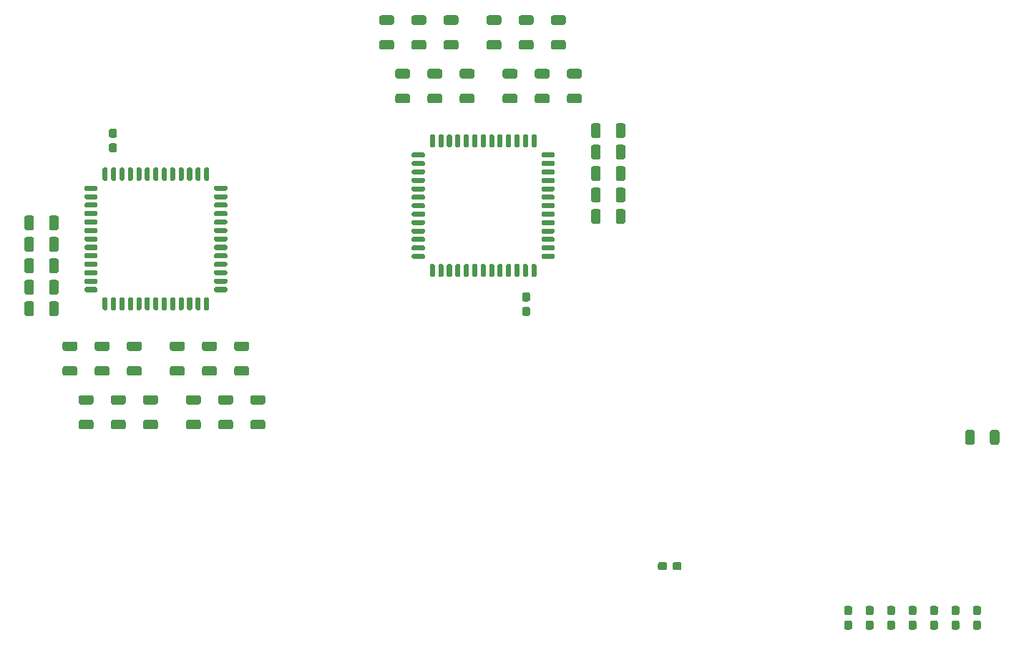
<source format=gbr>
%TF.GenerationSoftware,KiCad,Pcbnew,(5.1.9)-1*%
%TF.CreationDate,2021-05-14T23:56:10-04:00*%
%TF.ProjectId,backside,6261636b-7369-4646-952e-6b696361645f,rev?*%
%TF.SameCoordinates,Original*%
%TF.FileFunction,Paste,Top*%
%TF.FilePolarity,Positive*%
%FSLAX46Y46*%
G04 Gerber Fmt 4.6, Leading zero omitted, Abs format (unit mm)*
G04 Created by KiCad (PCBNEW (5.1.9)-1) date 2021-05-14 23:56:10*
%MOMM*%
%LPD*%
G01*
G04 APERTURE LIST*
G04 APERTURE END LIST*
%TO.C,C10*%
G36*
G01*
X98027500Y-129622500D02*
X97552500Y-129622500D01*
G75*
G02*
X97315000Y-129385000I0J237500D01*
G01*
X97315000Y-128785000D01*
G75*
G02*
X97552500Y-128547500I237500J0D01*
G01*
X98027500Y-128547500D01*
G75*
G02*
X98265000Y-128785000I0J-237500D01*
G01*
X98265000Y-129385000D01*
G75*
G02*
X98027500Y-129622500I-237500J0D01*
G01*
G37*
G36*
G01*
X98027500Y-131347500D02*
X97552500Y-131347500D01*
G75*
G02*
X97315000Y-131110000I0J237500D01*
G01*
X97315000Y-130510000D01*
G75*
G02*
X97552500Y-130272500I237500J0D01*
G01*
X98027500Y-130272500D01*
G75*
G02*
X98265000Y-130510000I0J-237500D01*
G01*
X98265000Y-131110000D01*
G75*
G02*
X98027500Y-131347500I-237500J0D01*
G01*
G37*
%TD*%
%TO.C,C9*%
G36*
G01*
X100567500Y-129622500D02*
X100092500Y-129622500D01*
G75*
G02*
X99855000Y-129385000I0J237500D01*
G01*
X99855000Y-128785000D01*
G75*
G02*
X100092500Y-128547500I237500J0D01*
G01*
X100567500Y-128547500D01*
G75*
G02*
X100805000Y-128785000I0J-237500D01*
G01*
X100805000Y-129385000D01*
G75*
G02*
X100567500Y-129622500I-237500J0D01*
G01*
G37*
G36*
G01*
X100567500Y-131347500D02*
X100092500Y-131347500D01*
G75*
G02*
X99855000Y-131110000I0J237500D01*
G01*
X99855000Y-130510000D01*
G75*
G02*
X100092500Y-130272500I237500J0D01*
G01*
X100567500Y-130272500D01*
G75*
G02*
X100805000Y-130510000I0J-237500D01*
G01*
X100805000Y-131110000D01*
G75*
G02*
X100567500Y-131347500I-237500J0D01*
G01*
G37*
%TD*%
%TO.C,C8*%
G36*
G01*
X103107500Y-129622500D02*
X102632500Y-129622500D01*
G75*
G02*
X102395000Y-129385000I0J237500D01*
G01*
X102395000Y-128785000D01*
G75*
G02*
X102632500Y-128547500I237500J0D01*
G01*
X103107500Y-128547500D01*
G75*
G02*
X103345000Y-128785000I0J-237500D01*
G01*
X103345000Y-129385000D01*
G75*
G02*
X103107500Y-129622500I-237500J0D01*
G01*
G37*
G36*
G01*
X103107500Y-131347500D02*
X102632500Y-131347500D01*
G75*
G02*
X102395000Y-131110000I0J237500D01*
G01*
X102395000Y-130510000D01*
G75*
G02*
X102632500Y-130272500I237500J0D01*
G01*
X103107500Y-130272500D01*
G75*
G02*
X103345000Y-130510000I0J-237500D01*
G01*
X103345000Y-131110000D01*
G75*
G02*
X103107500Y-131347500I-237500J0D01*
G01*
G37*
%TD*%
%TO.C,C7*%
G36*
G01*
X105647500Y-129622500D02*
X105172500Y-129622500D01*
G75*
G02*
X104935000Y-129385000I0J237500D01*
G01*
X104935000Y-128785000D01*
G75*
G02*
X105172500Y-128547500I237500J0D01*
G01*
X105647500Y-128547500D01*
G75*
G02*
X105885000Y-128785000I0J-237500D01*
G01*
X105885000Y-129385000D01*
G75*
G02*
X105647500Y-129622500I-237500J0D01*
G01*
G37*
G36*
G01*
X105647500Y-131347500D02*
X105172500Y-131347500D01*
G75*
G02*
X104935000Y-131110000I0J237500D01*
G01*
X104935000Y-130510000D01*
G75*
G02*
X105172500Y-130272500I237500J0D01*
G01*
X105647500Y-130272500D01*
G75*
G02*
X105885000Y-130510000I0J-237500D01*
G01*
X105885000Y-131110000D01*
G75*
G02*
X105647500Y-131347500I-237500J0D01*
G01*
G37*
%TD*%
%TO.C,C6*%
G36*
G01*
X108187500Y-129622500D02*
X107712500Y-129622500D01*
G75*
G02*
X107475000Y-129385000I0J237500D01*
G01*
X107475000Y-128785000D01*
G75*
G02*
X107712500Y-128547500I237500J0D01*
G01*
X108187500Y-128547500D01*
G75*
G02*
X108425000Y-128785000I0J-237500D01*
G01*
X108425000Y-129385000D01*
G75*
G02*
X108187500Y-129622500I-237500J0D01*
G01*
G37*
G36*
G01*
X108187500Y-131347500D02*
X107712500Y-131347500D01*
G75*
G02*
X107475000Y-131110000I0J237500D01*
G01*
X107475000Y-130510000D01*
G75*
G02*
X107712500Y-130272500I237500J0D01*
G01*
X108187500Y-130272500D01*
G75*
G02*
X108425000Y-130510000I0J-237500D01*
G01*
X108425000Y-131110000D01*
G75*
G02*
X108187500Y-131347500I-237500J0D01*
G01*
G37*
%TD*%
%TO.C,C5*%
G36*
G01*
X110727500Y-129622500D02*
X110252500Y-129622500D01*
G75*
G02*
X110015000Y-129385000I0J237500D01*
G01*
X110015000Y-128785000D01*
G75*
G02*
X110252500Y-128547500I237500J0D01*
G01*
X110727500Y-128547500D01*
G75*
G02*
X110965000Y-128785000I0J-237500D01*
G01*
X110965000Y-129385000D01*
G75*
G02*
X110727500Y-129622500I-237500J0D01*
G01*
G37*
G36*
G01*
X110727500Y-131347500D02*
X110252500Y-131347500D01*
G75*
G02*
X110015000Y-131110000I0J237500D01*
G01*
X110015000Y-130510000D01*
G75*
G02*
X110252500Y-130272500I237500J0D01*
G01*
X110727500Y-130272500D01*
G75*
G02*
X110965000Y-130510000I0J-237500D01*
G01*
X110965000Y-131110000D01*
G75*
G02*
X110727500Y-131347500I-237500J0D01*
G01*
G37*
%TD*%
%TO.C,C4*%
G36*
G01*
X113267500Y-129622500D02*
X112792500Y-129622500D01*
G75*
G02*
X112555000Y-129385000I0J237500D01*
G01*
X112555000Y-128785000D01*
G75*
G02*
X112792500Y-128547500I237500J0D01*
G01*
X113267500Y-128547500D01*
G75*
G02*
X113505000Y-128785000I0J-237500D01*
G01*
X113505000Y-129385000D01*
G75*
G02*
X113267500Y-129622500I-237500J0D01*
G01*
G37*
G36*
G01*
X113267500Y-131347500D02*
X112792500Y-131347500D01*
G75*
G02*
X112555000Y-131110000I0J237500D01*
G01*
X112555000Y-130510000D01*
G75*
G02*
X112792500Y-130272500I237500J0D01*
G01*
X113267500Y-130272500D01*
G75*
G02*
X113505000Y-130510000I0J-237500D01*
G01*
X113505000Y-131110000D01*
G75*
G02*
X113267500Y-131347500I-237500J0D01*
G01*
G37*
%TD*%
%TO.C,C3*%
G36*
G01*
X77006500Y-124062500D02*
X77006500Y-123587500D01*
G75*
G02*
X77244000Y-123350000I237500J0D01*
G01*
X77844000Y-123350000D01*
G75*
G02*
X78081500Y-123587500I0J-237500D01*
G01*
X78081500Y-124062500D01*
G75*
G02*
X77844000Y-124300000I-237500J0D01*
G01*
X77244000Y-124300000D01*
G75*
G02*
X77006500Y-124062500I0J237500D01*
G01*
G37*
G36*
G01*
X75281500Y-124062500D02*
X75281500Y-123587500D01*
G75*
G02*
X75519000Y-123350000I237500J0D01*
G01*
X76119000Y-123350000D01*
G75*
G02*
X76356500Y-123587500I0J-237500D01*
G01*
X76356500Y-124062500D01*
G75*
G02*
X76119000Y-124300000I-237500J0D01*
G01*
X75519000Y-124300000D01*
G75*
G02*
X75281500Y-124062500I0J237500D01*
G01*
G37*
%TD*%
%TO.C,U2*%
G36*
G01*
X8825000Y-91390000D02*
X7575000Y-91390000D01*
G75*
G02*
X7425000Y-91240000I0J150000D01*
G01*
X7425000Y-90940000D01*
G75*
G02*
X7575000Y-90790000I150000J0D01*
G01*
X8825000Y-90790000D01*
G75*
G02*
X8975000Y-90940000I0J-150000D01*
G01*
X8975000Y-91240000D01*
G75*
G02*
X8825000Y-91390000I-150000J0D01*
G01*
G37*
G36*
G01*
X8825000Y-90390000D02*
X7575000Y-90390000D01*
G75*
G02*
X7425000Y-90240000I0J150000D01*
G01*
X7425000Y-89940000D01*
G75*
G02*
X7575000Y-89790000I150000J0D01*
G01*
X8825000Y-89790000D01*
G75*
G02*
X8975000Y-89940000I0J-150000D01*
G01*
X8975000Y-90240000D01*
G75*
G02*
X8825000Y-90390000I-150000J0D01*
G01*
G37*
G36*
G01*
X8825000Y-89390000D02*
X7575000Y-89390000D01*
G75*
G02*
X7425000Y-89240000I0J150000D01*
G01*
X7425000Y-88940000D01*
G75*
G02*
X7575000Y-88790000I150000J0D01*
G01*
X8825000Y-88790000D01*
G75*
G02*
X8975000Y-88940000I0J-150000D01*
G01*
X8975000Y-89240000D01*
G75*
G02*
X8825000Y-89390000I-150000J0D01*
G01*
G37*
G36*
G01*
X8825000Y-88390000D02*
X7575000Y-88390000D01*
G75*
G02*
X7425000Y-88240000I0J150000D01*
G01*
X7425000Y-87940000D01*
G75*
G02*
X7575000Y-87790000I150000J0D01*
G01*
X8825000Y-87790000D01*
G75*
G02*
X8975000Y-87940000I0J-150000D01*
G01*
X8975000Y-88240000D01*
G75*
G02*
X8825000Y-88390000I-150000J0D01*
G01*
G37*
G36*
G01*
X8825000Y-87390000D02*
X7575000Y-87390000D01*
G75*
G02*
X7425000Y-87240000I0J150000D01*
G01*
X7425000Y-86940000D01*
G75*
G02*
X7575000Y-86790000I150000J0D01*
G01*
X8825000Y-86790000D01*
G75*
G02*
X8975000Y-86940000I0J-150000D01*
G01*
X8975000Y-87240000D01*
G75*
G02*
X8825000Y-87390000I-150000J0D01*
G01*
G37*
G36*
G01*
X8825000Y-86390000D02*
X7575000Y-86390000D01*
G75*
G02*
X7425000Y-86240000I0J150000D01*
G01*
X7425000Y-85940000D01*
G75*
G02*
X7575000Y-85790000I150000J0D01*
G01*
X8825000Y-85790000D01*
G75*
G02*
X8975000Y-85940000I0J-150000D01*
G01*
X8975000Y-86240000D01*
G75*
G02*
X8825000Y-86390000I-150000J0D01*
G01*
G37*
G36*
G01*
X8825000Y-85390000D02*
X7575000Y-85390000D01*
G75*
G02*
X7425000Y-85240000I0J150000D01*
G01*
X7425000Y-84940000D01*
G75*
G02*
X7575000Y-84790000I150000J0D01*
G01*
X8825000Y-84790000D01*
G75*
G02*
X8975000Y-84940000I0J-150000D01*
G01*
X8975000Y-85240000D01*
G75*
G02*
X8825000Y-85390000I-150000J0D01*
G01*
G37*
G36*
G01*
X8825000Y-84390000D02*
X7575000Y-84390000D01*
G75*
G02*
X7425000Y-84240000I0J150000D01*
G01*
X7425000Y-83940000D01*
G75*
G02*
X7575000Y-83790000I150000J0D01*
G01*
X8825000Y-83790000D01*
G75*
G02*
X8975000Y-83940000I0J-150000D01*
G01*
X8975000Y-84240000D01*
G75*
G02*
X8825000Y-84390000I-150000J0D01*
G01*
G37*
G36*
G01*
X8825000Y-83390000D02*
X7575000Y-83390000D01*
G75*
G02*
X7425000Y-83240000I0J150000D01*
G01*
X7425000Y-82940000D01*
G75*
G02*
X7575000Y-82790000I150000J0D01*
G01*
X8825000Y-82790000D01*
G75*
G02*
X8975000Y-82940000I0J-150000D01*
G01*
X8975000Y-83240000D01*
G75*
G02*
X8825000Y-83390000I-150000J0D01*
G01*
G37*
G36*
G01*
X8825000Y-82390000D02*
X7575000Y-82390000D01*
G75*
G02*
X7425000Y-82240000I0J150000D01*
G01*
X7425000Y-81940000D01*
G75*
G02*
X7575000Y-81790000I150000J0D01*
G01*
X8825000Y-81790000D01*
G75*
G02*
X8975000Y-81940000I0J-150000D01*
G01*
X8975000Y-82240000D01*
G75*
G02*
X8825000Y-82390000I-150000J0D01*
G01*
G37*
G36*
G01*
X8825000Y-81390000D02*
X7575000Y-81390000D01*
G75*
G02*
X7425000Y-81240000I0J150000D01*
G01*
X7425000Y-80940000D01*
G75*
G02*
X7575000Y-80790000I150000J0D01*
G01*
X8825000Y-80790000D01*
G75*
G02*
X8975000Y-80940000I0J-150000D01*
G01*
X8975000Y-81240000D01*
G75*
G02*
X8825000Y-81390000I-150000J0D01*
G01*
G37*
G36*
G01*
X8825000Y-80390000D02*
X7575000Y-80390000D01*
G75*
G02*
X7425000Y-80240000I0J150000D01*
G01*
X7425000Y-79940000D01*
G75*
G02*
X7575000Y-79790000I150000J0D01*
G01*
X8825000Y-79790000D01*
G75*
G02*
X8975000Y-79940000I0J-150000D01*
G01*
X8975000Y-80240000D01*
G75*
G02*
X8825000Y-80390000I-150000J0D01*
G01*
G37*
G36*
G01*
X8825000Y-79390000D02*
X7575000Y-79390000D01*
G75*
G02*
X7425000Y-79240000I0J150000D01*
G01*
X7425000Y-78940000D01*
G75*
G02*
X7575000Y-78790000I150000J0D01*
G01*
X8825000Y-78790000D01*
G75*
G02*
X8975000Y-78940000I0J-150000D01*
G01*
X8975000Y-79240000D01*
G75*
G02*
X8825000Y-79390000I-150000J0D01*
G01*
G37*
G36*
G01*
X10025000Y-78190000D02*
X9725000Y-78190000D01*
G75*
G02*
X9575000Y-78040000I0J150000D01*
G01*
X9575000Y-76790000D01*
G75*
G02*
X9725000Y-76640000I150000J0D01*
G01*
X10025000Y-76640000D01*
G75*
G02*
X10175000Y-76790000I0J-150000D01*
G01*
X10175000Y-78040000D01*
G75*
G02*
X10025000Y-78190000I-150000J0D01*
G01*
G37*
G36*
G01*
X11025000Y-78190000D02*
X10725000Y-78190000D01*
G75*
G02*
X10575000Y-78040000I0J150000D01*
G01*
X10575000Y-76790000D01*
G75*
G02*
X10725000Y-76640000I150000J0D01*
G01*
X11025000Y-76640000D01*
G75*
G02*
X11175000Y-76790000I0J-150000D01*
G01*
X11175000Y-78040000D01*
G75*
G02*
X11025000Y-78190000I-150000J0D01*
G01*
G37*
G36*
G01*
X12025000Y-78190000D02*
X11725000Y-78190000D01*
G75*
G02*
X11575000Y-78040000I0J150000D01*
G01*
X11575000Y-76790000D01*
G75*
G02*
X11725000Y-76640000I150000J0D01*
G01*
X12025000Y-76640000D01*
G75*
G02*
X12175000Y-76790000I0J-150000D01*
G01*
X12175000Y-78040000D01*
G75*
G02*
X12025000Y-78190000I-150000J0D01*
G01*
G37*
G36*
G01*
X13025000Y-78190000D02*
X12725000Y-78190000D01*
G75*
G02*
X12575000Y-78040000I0J150000D01*
G01*
X12575000Y-76790000D01*
G75*
G02*
X12725000Y-76640000I150000J0D01*
G01*
X13025000Y-76640000D01*
G75*
G02*
X13175000Y-76790000I0J-150000D01*
G01*
X13175000Y-78040000D01*
G75*
G02*
X13025000Y-78190000I-150000J0D01*
G01*
G37*
G36*
G01*
X14025000Y-78190000D02*
X13725000Y-78190000D01*
G75*
G02*
X13575000Y-78040000I0J150000D01*
G01*
X13575000Y-76790000D01*
G75*
G02*
X13725000Y-76640000I150000J0D01*
G01*
X14025000Y-76640000D01*
G75*
G02*
X14175000Y-76790000I0J-150000D01*
G01*
X14175000Y-78040000D01*
G75*
G02*
X14025000Y-78190000I-150000J0D01*
G01*
G37*
G36*
G01*
X15025000Y-78190000D02*
X14725000Y-78190000D01*
G75*
G02*
X14575000Y-78040000I0J150000D01*
G01*
X14575000Y-76790000D01*
G75*
G02*
X14725000Y-76640000I150000J0D01*
G01*
X15025000Y-76640000D01*
G75*
G02*
X15175000Y-76790000I0J-150000D01*
G01*
X15175000Y-78040000D01*
G75*
G02*
X15025000Y-78190000I-150000J0D01*
G01*
G37*
G36*
G01*
X16025000Y-78190000D02*
X15725000Y-78190000D01*
G75*
G02*
X15575000Y-78040000I0J150000D01*
G01*
X15575000Y-76790000D01*
G75*
G02*
X15725000Y-76640000I150000J0D01*
G01*
X16025000Y-76640000D01*
G75*
G02*
X16175000Y-76790000I0J-150000D01*
G01*
X16175000Y-78040000D01*
G75*
G02*
X16025000Y-78190000I-150000J0D01*
G01*
G37*
G36*
G01*
X17025000Y-78190000D02*
X16725000Y-78190000D01*
G75*
G02*
X16575000Y-78040000I0J150000D01*
G01*
X16575000Y-76790000D01*
G75*
G02*
X16725000Y-76640000I150000J0D01*
G01*
X17025000Y-76640000D01*
G75*
G02*
X17175000Y-76790000I0J-150000D01*
G01*
X17175000Y-78040000D01*
G75*
G02*
X17025000Y-78190000I-150000J0D01*
G01*
G37*
G36*
G01*
X18025000Y-78190000D02*
X17725000Y-78190000D01*
G75*
G02*
X17575000Y-78040000I0J150000D01*
G01*
X17575000Y-76790000D01*
G75*
G02*
X17725000Y-76640000I150000J0D01*
G01*
X18025000Y-76640000D01*
G75*
G02*
X18175000Y-76790000I0J-150000D01*
G01*
X18175000Y-78040000D01*
G75*
G02*
X18025000Y-78190000I-150000J0D01*
G01*
G37*
G36*
G01*
X19025000Y-78190000D02*
X18725000Y-78190000D01*
G75*
G02*
X18575000Y-78040000I0J150000D01*
G01*
X18575000Y-76790000D01*
G75*
G02*
X18725000Y-76640000I150000J0D01*
G01*
X19025000Y-76640000D01*
G75*
G02*
X19175000Y-76790000I0J-150000D01*
G01*
X19175000Y-78040000D01*
G75*
G02*
X19025000Y-78190000I-150000J0D01*
G01*
G37*
G36*
G01*
X20025000Y-78190000D02*
X19725000Y-78190000D01*
G75*
G02*
X19575000Y-78040000I0J150000D01*
G01*
X19575000Y-76790000D01*
G75*
G02*
X19725000Y-76640000I150000J0D01*
G01*
X20025000Y-76640000D01*
G75*
G02*
X20175000Y-76790000I0J-150000D01*
G01*
X20175000Y-78040000D01*
G75*
G02*
X20025000Y-78190000I-150000J0D01*
G01*
G37*
G36*
G01*
X21025000Y-78190000D02*
X20725000Y-78190000D01*
G75*
G02*
X20575000Y-78040000I0J150000D01*
G01*
X20575000Y-76790000D01*
G75*
G02*
X20725000Y-76640000I150000J0D01*
G01*
X21025000Y-76640000D01*
G75*
G02*
X21175000Y-76790000I0J-150000D01*
G01*
X21175000Y-78040000D01*
G75*
G02*
X21025000Y-78190000I-150000J0D01*
G01*
G37*
G36*
G01*
X22025000Y-78190000D02*
X21725000Y-78190000D01*
G75*
G02*
X21575000Y-78040000I0J150000D01*
G01*
X21575000Y-76790000D01*
G75*
G02*
X21725000Y-76640000I150000J0D01*
G01*
X22025000Y-76640000D01*
G75*
G02*
X22175000Y-76790000I0J-150000D01*
G01*
X22175000Y-78040000D01*
G75*
G02*
X22025000Y-78190000I-150000J0D01*
G01*
G37*
G36*
G01*
X24175000Y-79390000D02*
X22925000Y-79390000D01*
G75*
G02*
X22775000Y-79240000I0J150000D01*
G01*
X22775000Y-78940000D01*
G75*
G02*
X22925000Y-78790000I150000J0D01*
G01*
X24175000Y-78790000D01*
G75*
G02*
X24325000Y-78940000I0J-150000D01*
G01*
X24325000Y-79240000D01*
G75*
G02*
X24175000Y-79390000I-150000J0D01*
G01*
G37*
G36*
G01*
X24175000Y-80390000D02*
X22925000Y-80390000D01*
G75*
G02*
X22775000Y-80240000I0J150000D01*
G01*
X22775000Y-79940000D01*
G75*
G02*
X22925000Y-79790000I150000J0D01*
G01*
X24175000Y-79790000D01*
G75*
G02*
X24325000Y-79940000I0J-150000D01*
G01*
X24325000Y-80240000D01*
G75*
G02*
X24175000Y-80390000I-150000J0D01*
G01*
G37*
G36*
G01*
X24175000Y-81390000D02*
X22925000Y-81390000D01*
G75*
G02*
X22775000Y-81240000I0J150000D01*
G01*
X22775000Y-80940000D01*
G75*
G02*
X22925000Y-80790000I150000J0D01*
G01*
X24175000Y-80790000D01*
G75*
G02*
X24325000Y-80940000I0J-150000D01*
G01*
X24325000Y-81240000D01*
G75*
G02*
X24175000Y-81390000I-150000J0D01*
G01*
G37*
G36*
G01*
X24175000Y-82390000D02*
X22925000Y-82390000D01*
G75*
G02*
X22775000Y-82240000I0J150000D01*
G01*
X22775000Y-81940000D01*
G75*
G02*
X22925000Y-81790000I150000J0D01*
G01*
X24175000Y-81790000D01*
G75*
G02*
X24325000Y-81940000I0J-150000D01*
G01*
X24325000Y-82240000D01*
G75*
G02*
X24175000Y-82390000I-150000J0D01*
G01*
G37*
G36*
G01*
X24175000Y-83390000D02*
X22925000Y-83390000D01*
G75*
G02*
X22775000Y-83240000I0J150000D01*
G01*
X22775000Y-82940000D01*
G75*
G02*
X22925000Y-82790000I150000J0D01*
G01*
X24175000Y-82790000D01*
G75*
G02*
X24325000Y-82940000I0J-150000D01*
G01*
X24325000Y-83240000D01*
G75*
G02*
X24175000Y-83390000I-150000J0D01*
G01*
G37*
G36*
G01*
X24175000Y-84390000D02*
X22925000Y-84390000D01*
G75*
G02*
X22775000Y-84240000I0J150000D01*
G01*
X22775000Y-83940000D01*
G75*
G02*
X22925000Y-83790000I150000J0D01*
G01*
X24175000Y-83790000D01*
G75*
G02*
X24325000Y-83940000I0J-150000D01*
G01*
X24325000Y-84240000D01*
G75*
G02*
X24175000Y-84390000I-150000J0D01*
G01*
G37*
G36*
G01*
X24175000Y-85390000D02*
X22925000Y-85390000D01*
G75*
G02*
X22775000Y-85240000I0J150000D01*
G01*
X22775000Y-84940000D01*
G75*
G02*
X22925000Y-84790000I150000J0D01*
G01*
X24175000Y-84790000D01*
G75*
G02*
X24325000Y-84940000I0J-150000D01*
G01*
X24325000Y-85240000D01*
G75*
G02*
X24175000Y-85390000I-150000J0D01*
G01*
G37*
G36*
G01*
X24175000Y-86390000D02*
X22925000Y-86390000D01*
G75*
G02*
X22775000Y-86240000I0J150000D01*
G01*
X22775000Y-85940000D01*
G75*
G02*
X22925000Y-85790000I150000J0D01*
G01*
X24175000Y-85790000D01*
G75*
G02*
X24325000Y-85940000I0J-150000D01*
G01*
X24325000Y-86240000D01*
G75*
G02*
X24175000Y-86390000I-150000J0D01*
G01*
G37*
G36*
G01*
X24175000Y-87390000D02*
X22925000Y-87390000D01*
G75*
G02*
X22775000Y-87240000I0J150000D01*
G01*
X22775000Y-86940000D01*
G75*
G02*
X22925000Y-86790000I150000J0D01*
G01*
X24175000Y-86790000D01*
G75*
G02*
X24325000Y-86940000I0J-150000D01*
G01*
X24325000Y-87240000D01*
G75*
G02*
X24175000Y-87390000I-150000J0D01*
G01*
G37*
G36*
G01*
X24175000Y-88390000D02*
X22925000Y-88390000D01*
G75*
G02*
X22775000Y-88240000I0J150000D01*
G01*
X22775000Y-87940000D01*
G75*
G02*
X22925000Y-87790000I150000J0D01*
G01*
X24175000Y-87790000D01*
G75*
G02*
X24325000Y-87940000I0J-150000D01*
G01*
X24325000Y-88240000D01*
G75*
G02*
X24175000Y-88390000I-150000J0D01*
G01*
G37*
G36*
G01*
X24175000Y-89390000D02*
X22925000Y-89390000D01*
G75*
G02*
X22775000Y-89240000I0J150000D01*
G01*
X22775000Y-88940000D01*
G75*
G02*
X22925000Y-88790000I150000J0D01*
G01*
X24175000Y-88790000D01*
G75*
G02*
X24325000Y-88940000I0J-150000D01*
G01*
X24325000Y-89240000D01*
G75*
G02*
X24175000Y-89390000I-150000J0D01*
G01*
G37*
G36*
G01*
X24175000Y-90390000D02*
X22925000Y-90390000D01*
G75*
G02*
X22775000Y-90240000I0J150000D01*
G01*
X22775000Y-89940000D01*
G75*
G02*
X22925000Y-89790000I150000J0D01*
G01*
X24175000Y-89790000D01*
G75*
G02*
X24325000Y-89940000I0J-150000D01*
G01*
X24325000Y-90240000D01*
G75*
G02*
X24175000Y-90390000I-150000J0D01*
G01*
G37*
G36*
G01*
X24175000Y-91390000D02*
X22925000Y-91390000D01*
G75*
G02*
X22775000Y-91240000I0J150000D01*
G01*
X22775000Y-90940000D01*
G75*
G02*
X22925000Y-90790000I150000J0D01*
G01*
X24175000Y-90790000D01*
G75*
G02*
X24325000Y-90940000I0J-150000D01*
G01*
X24325000Y-91240000D01*
G75*
G02*
X24175000Y-91390000I-150000J0D01*
G01*
G37*
G36*
G01*
X22025000Y-93540000D02*
X21725000Y-93540000D01*
G75*
G02*
X21575000Y-93390000I0J150000D01*
G01*
X21575000Y-92140000D01*
G75*
G02*
X21725000Y-91990000I150000J0D01*
G01*
X22025000Y-91990000D01*
G75*
G02*
X22175000Y-92140000I0J-150000D01*
G01*
X22175000Y-93390000D01*
G75*
G02*
X22025000Y-93540000I-150000J0D01*
G01*
G37*
G36*
G01*
X21025000Y-93540000D02*
X20725000Y-93540000D01*
G75*
G02*
X20575000Y-93390000I0J150000D01*
G01*
X20575000Y-92140000D01*
G75*
G02*
X20725000Y-91990000I150000J0D01*
G01*
X21025000Y-91990000D01*
G75*
G02*
X21175000Y-92140000I0J-150000D01*
G01*
X21175000Y-93390000D01*
G75*
G02*
X21025000Y-93540000I-150000J0D01*
G01*
G37*
G36*
G01*
X20025000Y-93540000D02*
X19725000Y-93540000D01*
G75*
G02*
X19575000Y-93390000I0J150000D01*
G01*
X19575000Y-92140000D01*
G75*
G02*
X19725000Y-91990000I150000J0D01*
G01*
X20025000Y-91990000D01*
G75*
G02*
X20175000Y-92140000I0J-150000D01*
G01*
X20175000Y-93390000D01*
G75*
G02*
X20025000Y-93540000I-150000J0D01*
G01*
G37*
G36*
G01*
X19025000Y-93540000D02*
X18725000Y-93540000D01*
G75*
G02*
X18575000Y-93390000I0J150000D01*
G01*
X18575000Y-92140000D01*
G75*
G02*
X18725000Y-91990000I150000J0D01*
G01*
X19025000Y-91990000D01*
G75*
G02*
X19175000Y-92140000I0J-150000D01*
G01*
X19175000Y-93390000D01*
G75*
G02*
X19025000Y-93540000I-150000J0D01*
G01*
G37*
G36*
G01*
X18025000Y-93540000D02*
X17725000Y-93540000D01*
G75*
G02*
X17575000Y-93390000I0J150000D01*
G01*
X17575000Y-92140000D01*
G75*
G02*
X17725000Y-91990000I150000J0D01*
G01*
X18025000Y-91990000D01*
G75*
G02*
X18175000Y-92140000I0J-150000D01*
G01*
X18175000Y-93390000D01*
G75*
G02*
X18025000Y-93540000I-150000J0D01*
G01*
G37*
G36*
G01*
X17025000Y-93540000D02*
X16725000Y-93540000D01*
G75*
G02*
X16575000Y-93390000I0J150000D01*
G01*
X16575000Y-92140000D01*
G75*
G02*
X16725000Y-91990000I150000J0D01*
G01*
X17025000Y-91990000D01*
G75*
G02*
X17175000Y-92140000I0J-150000D01*
G01*
X17175000Y-93390000D01*
G75*
G02*
X17025000Y-93540000I-150000J0D01*
G01*
G37*
G36*
G01*
X16025000Y-93540000D02*
X15725000Y-93540000D01*
G75*
G02*
X15575000Y-93390000I0J150000D01*
G01*
X15575000Y-92140000D01*
G75*
G02*
X15725000Y-91990000I150000J0D01*
G01*
X16025000Y-91990000D01*
G75*
G02*
X16175000Y-92140000I0J-150000D01*
G01*
X16175000Y-93390000D01*
G75*
G02*
X16025000Y-93540000I-150000J0D01*
G01*
G37*
G36*
G01*
X15025000Y-93540000D02*
X14725000Y-93540000D01*
G75*
G02*
X14575000Y-93390000I0J150000D01*
G01*
X14575000Y-92140000D01*
G75*
G02*
X14725000Y-91990000I150000J0D01*
G01*
X15025000Y-91990000D01*
G75*
G02*
X15175000Y-92140000I0J-150000D01*
G01*
X15175000Y-93390000D01*
G75*
G02*
X15025000Y-93540000I-150000J0D01*
G01*
G37*
G36*
G01*
X14025000Y-93540000D02*
X13725000Y-93540000D01*
G75*
G02*
X13575000Y-93390000I0J150000D01*
G01*
X13575000Y-92140000D01*
G75*
G02*
X13725000Y-91990000I150000J0D01*
G01*
X14025000Y-91990000D01*
G75*
G02*
X14175000Y-92140000I0J-150000D01*
G01*
X14175000Y-93390000D01*
G75*
G02*
X14025000Y-93540000I-150000J0D01*
G01*
G37*
G36*
G01*
X13025000Y-93540000D02*
X12725000Y-93540000D01*
G75*
G02*
X12575000Y-93390000I0J150000D01*
G01*
X12575000Y-92140000D01*
G75*
G02*
X12725000Y-91990000I150000J0D01*
G01*
X13025000Y-91990000D01*
G75*
G02*
X13175000Y-92140000I0J-150000D01*
G01*
X13175000Y-93390000D01*
G75*
G02*
X13025000Y-93540000I-150000J0D01*
G01*
G37*
G36*
G01*
X12025000Y-93540000D02*
X11725000Y-93540000D01*
G75*
G02*
X11575000Y-93390000I0J150000D01*
G01*
X11575000Y-92140000D01*
G75*
G02*
X11725000Y-91990000I150000J0D01*
G01*
X12025000Y-91990000D01*
G75*
G02*
X12175000Y-92140000I0J-150000D01*
G01*
X12175000Y-93390000D01*
G75*
G02*
X12025000Y-93540000I-150000J0D01*
G01*
G37*
G36*
G01*
X11025000Y-93540000D02*
X10725000Y-93540000D01*
G75*
G02*
X10575000Y-93390000I0J150000D01*
G01*
X10575000Y-92140000D01*
G75*
G02*
X10725000Y-91990000I150000J0D01*
G01*
X11025000Y-91990000D01*
G75*
G02*
X11175000Y-92140000I0J-150000D01*
G01*
X11175000Y-93390000D01*
G75*
G02*
X11025000Y-93540000I-150000J0D01*
G01*
G37*
G36*
G01*
X10025000Y-93540000D02*
X9725000Y-93540000D01*
G75*
G02*
X9575000Y-93390000I0J150000D01*
G01*
X9575000Y-92140000D01*
G75*
G02*
X9725000Y-91990000I150000J0D01*
G01*
X10025000Y-91990000D01*
G75*
G02*
X10175000Y-92140000I0J-150000D01*
G01*
X10175000Y-93390000D01*
G75*
G02*
X10025000Y-93540000I-150000J0D01*
G01*
G37*
%TD*%
%TO.C,U1*%
G36*
G01*
X61660000Y-74853000D02*
X62910000Y-74853000D01*
G75*
G02*
X63060000Y-75003000I0J-150000D01*
G01*
X63060000Y-75303000D01*
G75*
G02*
X62910000Y-75453000I-150000J0D01*
G01*
X61660000Y-75453000D01*
G75*
G02*
X61510000Y-75303000I0J150000D01*
G01*
X61510000Y-75003000D01*
G75*
G02*
X61660000Y-74853000I150000J0D01*
G01*
G37*
G36*
G01*
X61660000Y-75853000D02*
X62910000Y-75853000D01*
G75*
G02*
X63060000Y-76003000I0J-150000D01*
G01*
X63060000Y-76303000D01*
G75*
G02*
X62910000Y-76453000I-150000J0D01*
G01*
X61660000Y-76453000D01*
G75*
G02*
X61510000Y-76303000I0J150000D01*
G01*
X61510000Y-76003000D01*
G75*
G02*
X61660000Y-75853000I150000J0D01*
G01*
G37*
G36*
G01*
X61660000Y-76853000D02*
X62910000Y-76853000D01*
G75*
G02*
X63060000Y-77003000I0J-150000D01*
G01*
X63060000Y-77303000D01*
G75*
G02*
X62910000Y-77453000I-150000J0D01*
G01*
X61660000Y-77453000D01*
G75*
G02*
X61510000Y-77303000I0J150000D01*
G01*
X61510000Y-77003000D01*
G75*
G02*
X61660000Y-76853000I150000J0D01*
G01*
G37*
G36*
G01*
X61660000Y-77853000D02*
X62910000Y-77853000D01*
G75*
G02*
X63060000Y-78003000I0J-150000D01*
G01*
X63060000Y-78303000D01*
G75*
G02*
X62910000Y-78453000I-150000J0D01*
G01*
X61660000Y-78453000D01*
G75*
G02*
X61510000Y-78303000I0J150000D01*
G01*
X61510000Y-78003000D01*
G75*
G02*
X61660000Y-77853000I150000J0D01*
G01*
G37*
G36*
G01*
X61660000Y-78853000D02*
X62910000Y-78853000D01*
G75*
G02*
X63060000Y-79003000I0J-150000D01*
G01*
X63060000Y-79303000D01*
G75*
G02*
X62910000Y-79453000I-150000J0D01*
G01*
X61660000Y-79453000D01*
G75*
G02*
X61510000Y-79303000I0J150000D01*
G01*
X61510000Y-79003000D01*
G75*
G02*
X61660000Y-78853000I150000J0D01*
G01*
G37*
G36*
G01*
X61660000Y-79853000D02*
X62910000Y-79853000D01*
G75*
G02*
X63060000Y-80003000I0J-150000D01*
G01*
X63060000Y-80303000D01*
G75*
G02*
X62910000Y-80453000I-150000J0D01*
G01*
X61660000Y-80453000D01*
G75*
G02*
X61510000Y-80303000I0J150000D01*
G01*
X61510000Y-80003000D01*
G75*
G02*
X61660000Y-79853000I150000J0D01*
G01*
G37*
G36*
G01*
X61660000Y-80853000D02*
X62910000Y-80853000D01*
G75*
G02*
X63060000Y-81003000I0J-150000D01*
G01*
X63060000Y-81303000D01*
G75*
G02*
X62910000Y-81453000I-150000J0D01*
G01*
X61660000Y-81453000D01*
G75*
G02*
X61510000Y-81303000I0J150000D01*
G01*
X61510000Y-81003000D01*
G75*
G02*
X61660000Y-80853000I150000J0D01*
G01*
G37*
G36*
G01*
X61660000Y-81853000D02*
X62910000Y-81853000D01*
G75*
G02*
X63060000Y-82003000I0J-150000D01*
G01*
X63060000Y-82303000D01*
G75*
G02*
X62910000Y-82453000I-150000J0D01*
G01*
X61660000Y-82453000D01*
G75*
G02*
X61510000Y-82303000I0J150000D01*
G01*
X61510000Y-82003000D01*
G75*
G02*
X61660000Y-81853000I150000J0D01*
G01*
G37*
G36*
G01*
X61660000Y-82853000D02*
X62910000Y-82853000D01*
G75*
G02*
X63060000Y-83003000I0J-150000D01*
G01*
X63060000Y-83303000D01*
G75*
G02*
X62910000Y-83453000I-150000J0D01*
G01*
X61660000Y-83453000D01*
G75*
G02*
X61510000Y-83303000I0J150000D01*
G01*
X61510000Y-83003000D01*
G75*
G02*
X61660000Y-82853000I150000J0D01*
G01*
G37*
G36*
G01*
X61660000Y-83853000D02*
X62910000Y-83853000D01*
G75*
G02*
X63060000Y-84003000I0J-150000D01*
G01*
X63060000Y-84303000D01*
G75*
G02*
X62910000Y-84453000I-150000J0D01*
G01*
X61660000Y-84453000D01*
G75*
G02*
X61510000Y-84303000I0J150000D01*
G01*
X61510000Y-84003000D01*
G75*
G02*
X61660000Y-83853000I150000J0D01*
G01*
G37*
G36*
G01*
X61660000Y-84853000D02*
X62910000Y-84853000D01*
G75*
G02*
X63060000Y-85003000I0J-150000D01*
G01*
X63060000Y-85303000D01*
G75*
G02*
X62910000Y-85453000I-150000J0D01*
G01*
X61660000Y-85453000D01*
G75*
G02*
X61510000Y-85303000I0J150000D01*
G01*
X61510000Y-85003000D01*
G75*
G02*
X61660000Y-84853000I150000J0D01*
G01*
G37*
G36*
G01*
X61660000Y-85853000D02*
X62910000Y-85853000D01*
G75*
G02*
X63060000Y-86003000I0J-150000D01*
G01*
X63060000Y-86303000D01*
G75*
G02*
X62910000Y-86453000I-150000J0D01*
G01*
X61660000Y-86453000D01*
G75*
G02*
X61510000Y-86303000I0J150000D01*
G01*
X61510000Y-86003000D01*
G75*
G02*
X61660000Y-85853000I150000J0D01*
G01*
G37*
G36*
G01*
X61660000Y-86853000D02*
X62910000Y-86853000D01*
G75*
G02*
X63060000Y-87003000I0J-150000D01*
G01*
X63060000Y-87303000D01*
G75*
G02*
X62910000Y-87453000I-150000J0D01*
G01*
X61660000Y-87453000D01*
G75*
G02*
X61510000Y-87303000I0J150000D01*
G01*
X61510000Y-87003000D01*
G75*
G02*
X61660000Y-86853000I150000J0D01*
G01*
G37*
G36*
G01*
X60460000Y-88053000D02*
X60760000Y-88053000D01*
G75*
G02*
X60910000Y-88203000I0J-150000D01*
G01*
X60910000Y-89453000D01*
G75*
G02*
X60760000Y-89603000I-150000J0D01*
G01*
X60460000Y-89603000D01*
G75*
G02*
X60310000Y-89453000I0J150000D01*
G01*
X60310000Y-88203000D01*
G75*
G02*
X60460000Y-88053000I150000J0D01*
G01*
G37*
G36*
G01*
X59460000Y-88053000D02*
X59760000Y-88053000D01*
G75*
G02*
X59910000Y-88203000I0J-150000D01*
G01*
X59910000Y-89453000D01*
G75*
G02*
X59760000Y-89603000I-150000J0D01*
G01*
X59460000Y-89603000D01*
G75*
G02*
X59310000Y-89453000I0J150000D01*
G01*
X59310000Y-88203000D01*
G75*
G02*
X59460000Y-88053000I150000J0D01*
G01*
G37*
G36*
G01*
X58460000Y-88053000D02*
X58760000Y-88053000D01*
G75*
G02*
X58910000Y-88203000I0J-150000D01*
G01*
X58910000Y-89453000D01*
G75*
G02*
X58760000Y-89603000I-150000J0D01*
G01*
X58460000Y-89603000D01*
G75*
G02*
X58310000Y-89453000I0J150000D01*
G01*
X58310000Y-88203000D01*
G75*
G02*
X58460000Y-88053000I150000J0D01*
G01*
G37*
G36*
G01*
X57460000Y-88053000D02*
X57760000Y-88053000D01*
G75*
G02*
X57910000Y-88203000I0J-150000D01*
G01*
X57910000Y-89453000D01*
G75*
G02*
X57760000Y-89603000I-150000J0D01*
G01*
X57460000Y-89603000D01*
G75*
G02*
X57310000Y-89453000I0J150000D01*
G01*
X57310000Y-88203000D01*
G75*
G02*
X57460000Y-88053000I150000J0D01*
G01*
G37*
G36*
G01*
X56460000Y-88053000D02*
X56760000Y-88053000D01*
G75*
G02*
X56910000Y-88203000I0J-150000D01*
G01*
X56910000Y-89453000D01*
G75*
G02*
X56760000Y-89603000I-150000J0D01*
G01*
X56460000Y-89603000D01*
G75*
G02*
X56310000Y-89453000I0J150000D01*
G01*
X56310000Y-88203000D01*
G75*
G02*
X56460000Y-88053000I150000J0D01*
G01*
G37*
G36*
G01*
X55460000Y-88053000D02*
X55760000Y-88053000D01*
G75*
G02*
X55910000Y-88203000I0J-150000D01*
G01*
X55910000Y-89453000D01*
G75*
G02*
X55760000Y-89603000I-150000J0D01*
G01*
X55460000Y-89603000D01*
G75*
G02*
X55310000Y-89453000I0J150000D01*
G01*
X55310000Y-88203000D01*
G75*
G02*
X55460000Y-88053000I150000J0D01*
G01*
G37*
G36*
G01*
X54460000Y-88053000D02*
X54760000Y-88053000D01*
G75*
G02*
X54910000Y-88203000I0J-150000D01*
G01*
X54910000Y-89453000D01*
G75*
G02*
X54760000Y-89603000I-150000J0D01*
G01*
X54460000Y-89603000D01*
G75*
G02*
X54310000Y-89453000I0J150000D01*
G01*
X54310000Y-88203000D01*
G75*
G02*
X54460000Y-88053000I150000J0D01*
G01*
G37*
G36*
G01*
X53460000Y-88053000D02*
X53760000Y-88053000D01*
G75*
G02*
X53910000Y-88203000I0J-150000D01*
G01*
X53910000Y-89453000D01*
G75*
G02*
X53760000Y-89603000I-150000J0D01*
G01*
X53460000Y-89603000D01*
G75*
G02*
X53310000Y-89453000I0J150000D01*
G01*
X53310000Y-88203000D01*
G75*
G02*
X53460000Y-88053000I150000J0D01*
G01*
G37*
G36*
G01*
X52460000Y-88053000D02*
X52760000Y-88053000D01*
G75*
G02*
X52910000Y-88203000I0J-150000D01*
G01*
X52910000Y-89453000D01*
G75*
G02*
X52760000Y-89603000I-150000J0D01*
G01*
X52460000Y-89603000D01*
G75*
G02*
X52310000Y-89453000I0J150000D01*
G01*
X52310000Y-88203000D01*
G75*
G02*
X52460000Y-88053000I150000J0D01*
G01*
G37*
G36*
G01*
X51460000Y-88053000D02*
X51760000Y-88053000D01*
G75*
G02*
X51910000Y-88203000I0J-150000D01*
G01*
X51910000Y-89453000D01*
G75*
G02*
X51760000Y-89603000I-150000J0D01*
G01*
X51460000Y-89603000D01*
G75*
G02*
X51310000Y-89453000I0J150000D01*
G01*
X51310000Y-88203000D01*
G75*
G02*
X51460000Y-88053000I150000J0D01*
G01*
G37*
G36*
G01*
X50460000Y-88053000D02*
X50760000Y-88053000D01*
G75*
G02*
X50910000Y-88203000I0J-150000D01*
G01*
X50910000Y-89453000D01*
G75*
G02*
X50760000Y-89603000I-150000J0D01*
G01*
X50460000Y-89603000D01*
G75*
G02*
X50310000Y-89453000I0J150000D01*
G01*
X50310000Y-88203000D01*
G75*
G02*
X50460000Y-88053000I150000J0D01*
G01*
G37*
G36*
G01*
X49460000Y-88053000D02*
X49760000Y-88053000D01*
G75*
G02*
X49910000Y-88203000I0J-150000D01*
G01*
X49910000Y-89453000D01*
G75*
G02*
X49760000Y-89603000I-150000J0D01*
G01*
X49460000Y-89603000D01*
G75*
G02*
X49310000Y-89453000I0J150000D01*
G01*
X49310000Y-88203000D01*
G75*
G02*
X49460000Y-88053000I150000J0D01*
G01*
G37*
G36*
G01*
X48460000Y-88053000D02*
X48760000Y-88053000D01*
G75*
G02*
X48910000Y-88203000I0J-150000D01*
G01*
X48910000Y-89453000D01*
G75*
G02*
X48760000Y-89603000I-150000J0D01*
G01*
X48460000Y-89603000D01*
G75*
G02*
X48310000Y-89453000I0J150000D01*
G01*
X48310000Y-88203000D01*
G75*
G02*
X48460000Y-88053000I150000J0D01*
G01*
G37*
G36*
G01*
X46310000Y-86853000D02*
X47560000Y-86853000D01*
G75*
G02*
X47710000Y-87003000I0J-150000D01*
G01*
X47710000Y-87303000D01*
G75*
G02*
X47560000Y-87453000I-150000J0D01*
G01*
X46310000Y-87453000D01*
G75*
G02*
X46160000Y-87303000I0J150000D01*
G01*
X46160000Y-87003000D01*
G75*
G02*
X46310000Y-86853000I150000J0D01*
G01*
G37*
G36*
G01*
X46310000Y-85853000D02*
X47560000Y-85853000D01*
G75*
G02*
X47710000Y-86003000I0J-150000D01*
G01*
X47710000Y-86303000D01*
G75*
G02*
X47560000Y-86453000I-150000J0D01*
G01*
X46310000Y-86453000D01*
G75*
G02*
X46160000Y-86303000I0J150000D01*
G01*
X46160000Y-86003000D01*
G75*
G02*
X46310000Y-85853000I150000J0D01*
G01*
G37*
G36*
G01*
X46310000Y-84853000D02*
X47560000Y-84853000D01*
G75*
G02*
X47710000Y-85003000I0J-150000D01*
G01*
X47710000Y-85303000D01*
G75*
G02*
X47560000Y-85453000I-150000J0D01*
G01*
X46310000Y-85453000D01*
G75*
G02*
X46160000Y-85303000I0J150000D01*
G01*
X46160000Y-85003000D01*
G75*
G02*
X46310000Y-84853000I150000J0D01*
G01*
G37*
G36*
G01*
X46310000Y-83853000D02*
X47560000Y-83853000D01*
G75*
G02*
X47710000Y-84003000I0J-150000D01*
G01*
X47710000Y-84303000D01*
G75*
G02*
X47560000Y-84453000I-150000J0D01*
G01*
X46310000Y-84453000D01*
G75*
G02*
X46160000Y-84303000I0J150000D01*
G01*
X46160000Y-84003000D01*
G75*
G02*
X46310000Y-83853000I150000J0D01*
G01*
G37*
G36*
G01*
X46310000Y-82853000D02*
X47560000Y-82853000D01*
G75*
G02*
X47710000Y-83003000I0J-150000D01*
G01*
X47710000Y-83303000D01*
G75*
G02*
X47560000Y-83453000I-150000J0D01*
G01*
X46310000Y-83453000D01*
G75*
G02*
X46160000Y-83303000I0J150000D01*
G01*
X46160000Y-83003000D01*
G75*
G02*
X46310000Y-82853000I150000J0D01*
G01*
G37*
G36*
G01*
X46310000Y-81853000D02*
X47560000Y-81853000D01*
G75*
G02*
X47710000Y-82003000I0J-150000D01*
G01*
X47710000Y-82303000D01*
G75*
G02*
X47560000Y-82453000I-150000J0D01*
G01*
X46310000Y-82453000D01*
G75*
G02*
X46160000Y-82303000I0J150000D01*
G01*
X46160000Y-82003000D01*
G75*
G02*
X46310000Y-81853000I150000J0D01*
G01*
G37*
G36*
G01*
X46310000Y-80853000D02*
X47560000Y-80853000D01*
G75*
G02*
X47710000Y-81003000I0J-150000D01*
G01*
X47710000Y-81303000D01*
G75*
G02*
X47560000Y-81453000I-150000J0D01*
G01*
X46310000Y-81453000D01*
G75*
G02*
X46160000Y-81303000I0J150000D01*
G01*
X46160000Y-81003000D01*
G75*
G02*
X46310000Y-80853000I150000J0D01*
G01*
G37*
G36*
G01*
X46310000Y-79853000D02*
X47560000Y-79853000D01*
G75*
G02*
X47710000Y-80003000I0J-150000D01*
G01*
X47710000Y-80303000D01*
G75*
G02*
X47560000Y-80453000I-150000J0D01*
G01*
X46310000Y-80453000D01*
G75*
G02*
X46160000Y-80303000I0J150000D01*
G01*
X46160000Y-80003000D01*
G75*
G02*
X46310000Y-79853000I150000J0D01*
G01*
G37*
G36*
G01*
X46310000Y-78853000D02*
X47560000Y-78853000D01*
G75*
G02*
X47710000Y-79003000I0J-150000D01*
G01*
X47710000Y-79303000D01*
G75*
G02*
X47560000Y-79453000I-150000J0D01*
G01*
X46310000Y-79453000D01*
G75*
G02*
X46160000Y-79303000I0J150000D01*
G01*
X46160000Y-79003000D01*
G75*
G02*
X46310000Y-78853000I150000J0D01*
G01*
G37*
G36*
G01*
X46310000Y-77853000D02*
X47560000Y-77853000D01*
G75*
G02*
X47710000Y-78003000I0J-150000D01*
G01*
X47710000Y-78303000D01*
G75*
G02*
X47560000Y-78453000I-150000J0D01*
G01*
X46310000Y-78453000D01*
G75*
G02*
X46160000Y-78303000I0J150000D01*
G01*
X46160000Y-78003000D01*
G75*
G02*
X46310000Y-77853000I150000J0D01*
G01*
G37*
G36*
G01*
X46310000Y-76853000D02*
X47560000Y-76853000D01*
G75*
G02*
X47710000Y-77003000I0J-150000D01*
G01*
X47710000Y-77303000D01*
G75*
G02*
X47560000Y-77453000I-150000J0D01*
G01*
X46310000Y-77453000D01*
G75*
G02*
X46160000Y-77303000I0J150000D01*
G01*
X46160000Y-77003000D01*
G75*
G02*
X46310000Y-76853000I150000J0D01*
G01*
G37*
G36*
G01*
X46310000Y-75853000D02*
X47560000Y-75853000D01*
G75*
G02*
X47710000Y-76003000I0J-150000D01*
G01*
X47710000Y-76303000D01*
G75*
G02*
X47560000Y-76453000I-150000J0D01*
G01*
X46310000Y-76453000D01*
G75*
G02*
X46160000Y-76303000I0J150000D01*
G01*
X46160000Y-76003000D01*
G75*
G02*
X46310000Y-75853000I150000J0D01*
G01*
G37*
G36*
G01*
X46310000Y-74853000D02*
X47560000Y-74853000D01*
G75*
G02*
X47710000Y-75003000I0J-150000D01*
G01*
X47710000Y-75303000D01*
G75*
G02*
X47560000Y-75453000I-150000J0D01*
G01*
X46310000Y-75453000D01*
G75*
G02*
X46160000Y-75303000I0J150000D01*
G01*
X46160000Y-75003000D01*
G75*
G02*
X46310000Y-74853000I150000J0D01*
G01*
G37*
G36*
G01*
X48460000Y-72703000D02*
X48760000Y-72703000D01*
G75*
G02*
X48910000Y-72853000I0J-150000D01*
G01*
X48910000Y-74103000D01*
G75*
G02*
X48760000Y-74253000I-150000J0D01*
G01*
X48460000Y-74253000D01*
G75*
G02*
X48310000Y-74103000I0J150000D01*
G01*
X48310000Y-72853000D01*
G75*
G02*
X48460000Y-72703000I150000J0D01*
G01*
G37*
G36*
G01*
X49460000Y-72703000D02*
X49760000Y-72703000D01*
G75*
G02*
X49910000Y-72853000I0J-150000D01*
G01*
X49910000Y-74103000D01*
G75*
G02*
X49760000Y-74253000I-150000J0D01*
G01*
X49460000Y-74253000D01*
G75*
G02*
X49310000Y-74103000I0J150000D01*
G01*
X49310000Y-72853000D01*
G75*
G02*
X49460000Y-72703000I150000J0D01*
G01*
G37*
G36*
G01*
X50460000Y-72703000D02*
X50760000Y-72703000D01*
G75*
G02*
X50910000Y-72853000I0J-150000D01*
G01*
X50910000Y-74103000D01*
G75*
G02*
X50760000Y-74253000I-150000J0D01*
G01*
X50460000Y-74253000D01*
G75*
G02*
X50310000Y-74103000I0J150000D01*
G01*
X50310000Y-72853000D01*
G75*
G02*
X50460000Y-72703000I150000J0D01*
G01*
G37*
G36*
G01*
X51460000Y-72703000D02*
X51760000Y-72703000D01*
G75*
G02*
X51910000Y-72853000I0J-150000D01*
G01*
X51910000Y-74103000D01*
G75*
G02*
X51760000Y-74253000I-150000J0D01*
G01*
X51460000Y-74253000D01*
G75*
G02*
X51310000Y-74103000I0J150000D01*
G01*
X51310000Y-72853000D01*
G75*
G02*
X51460000Y-72703000I150000J0D01*
G01*
G37*
G36*
G01*
X52460000Y-72703000D02*
X52760000Y-72703000D01*
G75*
G02*
X52910000Y-72853000I0J-150000D01*
G01*
X52910000Y-74103000D01*
G75*
G02*
X52760000Y-74253000I-150000J0D01*
G01*
X52460000Y-74253000D01*
G75*
G02*
X52310000Y-74103000I0J150000D01*
G01*
X52310000Y-72853000D01*
G75*
G02*
X52460000Y-72703000I150000J0D01*
G01*
G37*
G36*
G01*
X53460000Y-72703000D02*
X53760000Y-72703000D01*
G75*
G02*
X53910000Y-72853000I0J-150000D01*
G01*
X53910000Y-74103000D01*
G75*
G02*
X53760000Y-74253000I-150000J0D01*
G01*
X53460000Y-74253000D01*
G75*
G02*
X53310000Y-74103000I0J150000D01*
G01*
X53310000Y-72853000D01*
G75*
G02*
X53460000Y-72703000I150000J0D01*
G01*
G37*
G36*
G01*
X54460000Y-72703000D02*
X54760000Y-72703000D01*
G75*
G02*
X54910000Y-72853000I0J-150000D01*
G01*
X54910000Y-74103000D01*
G75*
G02*
X54760000Y-74253000I-150000J0D01*
G01*
X54460000Y-74253000D01*
G75*
G02*
X54310000Y-74103000I0J150000D01*
G01*
X54310000Y-72853000D01*
G75*
G02*
X54460000Y-72703000I150000J0D01*
G01*
G37*
G36*
G01*
X55460000Y-72703000D02*
X55760000Y-72703000D01*
G75*
G02*
X55910000Y-72853000I0J-150000D01*
G01*
X55910000Y-74103000D01*
G75*
G02*
X55760000Y-74253000I-150000J0D01*
G01*
X55460000Y-74253000D01*
G75*
G02*
X55310000Y-74103000I0J150000D01*
G01*
X55310000Y-72853000D01*
G75*
G02*
X55460000Y-72703000I150000J0D01*
G01*
G37*
G36*
G01*
X56460000Y-72703000D02*
X56760000Y-72703000D01*
G75*
G02*
X56910000Y-72853000I0J-150000D01*
G01*
X56910000Y-74103000D01*
G75*
G02*
X56760000Y-74253000I-150000J0D01*
G01*
X56460000Y-74253000D01*
G75*
G02*
X56310000Y-74103000I0J150000D01*
G01*
X56310000Y-72853000D01*
G75*
G02*
X56460000Y-72703000I150000J0D01*
G01*
G37*
G36*
G01*
X57460000Y-72703000D02*
X57760000Y-72703000D01*
G75*
G02*
X57910000Y-72853000I0J-150000D01*
G01*
X57910000Y-74103000D01*
G75*
G02*
X57760000Y-74253000I-150000J0D01*
G01*
X57460000Y-74253000D01*
G75*
G02*
X57310000Y-74103000I0J150000D01*
G01*
X57310000Y-72853000D01*
G75*
G02*
X57460000Y-72703000I150000J0D01*
G01*
G37*
G36*
G01*
X58460000Y-72703000D02*
X58760000Y-72703000D01*
G75*
G02*
X58910000Y-72853000I0J-150000D01*
G01*
X58910000Y-74103000D01*
G75*
G02*
X58760000Y-74253000I-150000J0D01*
G01*
X58460000Y-74253000D01*
G75*
G02*
X58310000Y-74103000I0J150000D01*
G01*
X58310000Y-72853000D01*
G75*
G02*
X58460000Y-72703000I150000J0D01*
G01*
G37*
G36*
G01*
X59460000Y-72703000D02*
X59760000Y-72703000D01*
G75*
G02*
X59910000Y-72853000I0J-150000D01*
G01*
X59910000Y-74103000D01*
G75*
G02*
X59760000Y-74253000I-150000J0D01*
G01*
X59460000Y-74253000D01*
G75*
G02*
X59310000Y-74103000I0J150000D01*
G01*
X59310000Y-72853000D01*
G75*
G02*
X59460000Y-72703000I150000J0D01*
G01*
G37*
G36*
G01*
X60460000Y-72703000D02*
X60760000Y-72703000D01*
G75*
G02*
X60910000Y-72853000I0J-150000D01*
G01*
X60910000Y-74103000D01*
G75*
G02*
X60760000Y-74253000I-150000J0D01*
G01*
X60460000Y-74253000D01*
G75*
G02*
X60310000Y-74103000I0J150000D01*
G01*
X60310000Y-72853000D01*
G75*
G02*
X60460000Y-72703000I150000J0D01*
G01*
G37*
%TD*%
%TO.C,R35*%
G36*
G01*
X112765000Y-107959999D02*
X112765000Y-109210001D01*
G75*
G02*
X112515001Y-109460000I-249999J0D01*
G01*
X111889999Y-109460000D01*
G75*
G02*
X111640000Y-109210001I0J249999D01*
G01*
X111640000Y-107959999D01*
G75*
G02*
X111889999Y-107710000I249999J0D01*
G01*
X112515001Y-107710000D01*
G75*
G02*
X112765000Y-107959999I0J-249999D01*
G01*
G37*
G36*
G01*
X115690000Y-107959999D02*
X115690000Y-109210001D01*
G75*
G02*
X115440001Y-109460000I-249999J0D01*
G01*
X114814999Y-109460000D01*
G75*
G02*
X114565000Y-109210001I0J249999D01*
G01*
X114565000Y-107959999D01*
G75*
G02*
X114814999Y-107710000I249999J0D01*
G01*
X115440001Y-107710000D01*
G75*
G02*
X115690000Y-107959999I0J-249999D01*
G01*
G37*
%TD*%
%TO.C,R34*%
G36*
G01*
X1447500Y-82559999D02*
X1447500Y-83810001D01*
G75*
G02*
X1197501Y-84060000I-249999J0D01*
G01*
X572499Y-84060000D01*
G75*
G02*
X322500Y-83810001I0J249999D01*
G01*
X322500Y-82559999D01*
G75*
G02*
X572499Y-82310000I249999J0D01*
G01*
X1197501Y-82310000D01*
G75*
G02*
X1447500Y-82559999I0J-249999D01*
G01*
G37*
G36*
G01*
X4372500Y-82559999D02*
X4372500Y-83810001D01*
G75*
G02*
X4122501Y-84060000I-249999J0D01*
G01*
X3497499Y-84060000D01*
G75*
G02*
X3247500Y-83810001I0J249999D01*
G01*
X3247500Y-82559999D01*
G75*
G02*
X3497499Y-82310000I249999J0D01*
G01*
X4122501Y-82310000D01*
G75*
G02*
X4372500Y-82559999I0J-249999D01*
G01*
G37*
%TD*%
%TO.C,R33*%
G36*
G01*
X1447500Y-85099999D02*
X1447500Y-86350001D01*
G75*
G02*
X1197501Y-86600000I-249999J0D01*
G01*
X572499Y-86600000D01*
G75*
G02*
X322500Y-86350001I0J249999D01*
G01*
X322500Y-85099999D01*
G75*
G02*
X572499Y-84850000I249999J0D01*
G01*
X1197501Y-84850000D01*
G75*
G02*
X1447500Y-85099999I0J-249999D01*
G01*
G37*
G36*
G01*
X4372500Y-85099999D02*
X4372500Y-86350001D01*
G75*
G02*
X4122501Y-86600000I-249999J0D01*
G01*
X3497499Y-86600000D01*
G75*
G02*
X3247500Y-86350001I0J249999D01*
G01*
X3247500Y-85099999D01*
G75*
G02*
X3497499Y-84850000I249999J0D01*
G01*
X4122501Y-84850000D01*
G75*
G02*
X4372500Y-85099999I0J-249999D01*
G01*
G37*
%TD*%
%TO.C,R32*%
G36*
G01*
X1447500Y-87639999D02*
X1447500Y-88890001D01*
G75*
G02*
X1197501Y-89140000I-249999J0D01*
G01*
X572499Y-89140000D01*
G75*
G02*
X322500Y-88890001I0J249999D01*
G01*
X322500Y-87639999D01*
G75*
G02*
X572499Y-87390000I249999J0D01*
G01*
X1197501Y-87390000D01*
G75*
G02*
X1447500Y-87639999I0J-249999D01*
G01*
G37*
G36*
G01*
X4372500Y-87639999D02*
X4372500Y-88890001D01*
G75*
G02*
X4122501Y-89140000I-249999J0D01*
G01*
X3497499Y-89140000D01*
G75*
G02*
X3247500Y-88890001I0J249999D01*
G01*
X3247500Y-87639999D01*
G75*
G02*
X3497499Y-87390000I249999J0D01*
G01*
X4122501Y-87390000D01*
G75*
G02*
X4372500Y-87639999I0J-249999D01*
G01*
G37*
%TD*%
%TO.C,R31*%
G36*
G01*
X1447500Y-90179999D02*
X1447500Y-91430001D01*
G75*
G02*
X1197501Y-91680000I-249999J0D01*
G01*
X572499Y-91680000D01*
G75*
G02*
X322500Y-91430001I0J249999D01*
G01*
X322500Y-90179999D01*
G75*
G02*
X572499Y-89930000I249999J0D01*
G01*
X1197501Y-89930000D01*
G75*
G02*
X1447500Y-90179999I0J-249999D01*
G01*
G37*
G36*
G01*
X4372500Y-90179999D02*
X4372500Y-91430001D01*
G75*
G02*
X4122501Y-91680000I-249999J0D01*
G01*
X3497499Y-91680000D01*
G75*
G02*
X3247500Y-91430001I0J249999D01*
G01*
X3247500Y-90179999D01*
G75*
G02*
X3497499Y-89930000I249999J0D01*
G01*
X4122501Y-89930000D01*
G75*
G02*
X4372500Y-90179999I0J-249999D01*
G01*
G37*
%TD*%
%TO.C,R30*%
G36*
G01*
X1447500Y-92719999D02*
X1447500Y-93970001D01*
G75*
G02*
X1197501Y-94220000I-249999J0D01*
G01*
X572499Y-94220000D01*
G75*
G02*
X322500Y-93970001I0J249999D01*
G01*
X322500Y-92719999D01*
G75*
G02*
X572499Y-92470000I249999J0D01*
G01*
X1197501Y-92470000D01*
G75*
G02*
X1447500Y-92719999I0J-249999D01*
G01*
G37*
G36*
G01*
X4372500Y-92719999D02*
X4372500Y-93970001D01*
G75*
G02*
X4122501Y-94220000I-249999J0D01*
G01*
X3497499Y-94220000D01*
G75*
G02*
X3247500Y-93970001I0J249999D01*
G01*
X3247500Y-92719999D01*
G75*
G02*
X3497499Y-92470000I249999J0D01*
G01*
X4122501Y-92470000D01*
G75*
G02*
X4372500Y-92719999I0J-249999D01*
G01*
G37*
%TD*%
%TO.C,R29*%
G36*
G01*
X5089999Y-100152500D02*
X6340001Y-100152500D01*
G75*
G02*
X6590000Y-100402499I0J-249999D01*
G01*
X6590000Y-101027501D01*
G75*
G02*
X6340001Y-101277500I-249999J0D01*
G01*
X5089999Y-101277500D01*
G75*
G02*
X4840000Y-101027501I0J249999D01*
G01*
X4840000Y-100402499D01*
G75*
G02*
X5089999Y-100152500I249999J0D01*
G01*
G37*
G36*
G01*
X5089999Y-97227500D02*
X6340001Y-97227500D01*
G75*
G02*
X6590000Y-97477499I0J-249999D01*
G01*
X6590000Y-98102501D01*
G75*
G02*
X6340001Y-98352500I-249999J0D01*
G01*
X5089999Y-98352500D01*
G75*
G02*
X4840000Y-98102501I0J249999D01*
G01*
X4840000Y-97477499D01*
G75*
G02*
X5089999Y-97227500I249999J0D01*
G01*
G37*
%TD*%
%TO.C,R28*%
G36*
G01*
X6994999Y-106502500D02*
X8245001Y-106502500D01*
G75*
G02*
X8495000Y-106752499I0J-249999D01*
G01*
X8495000Y-107377501D01*
G75*
G02*
X8245001Y-107627500I-249999J0D01*
G01*
X6994999Y-107627500D01*
G75*
G02*
X6745000Y-107377501I0J249999D01*
G01*
X6745000Y-106752499D01*
G75*
G02*
X6994999Y-106502500I249999J0D01*
G01*
G37*
G36*
G01*
X6994999Y-103577500D02*
X8245001Y-103577500D01*
G75*
G02*
X8495000Y-103827499I0J-249999D01*
G01*
X8495000Y-104452501D01*
G75*
G02*
X8245001Y-104702500I-249999J0D01*
G01*
X6994999Y-104702500D01*
G75*
G02*
X6745000Y-104452501I0J249999D01*
G01*
X6745000Y-103827499D01*
G75*
G02*
X6994999Y-103577500I249999J0D01*
G01*
G37*
%TD*%
%TO.C,R27*%
G36*
G01*
X8899999Y-100152500D02*
X10150001Y-100152500D01*
G75*
G02*
X10400000Y-100402499I0J-249999D01*
G01*
X10400000Y-101027501D01*
G75*
G02*
X10150001Y-101277500I-249999J0D01*
G01*
X8899999Y-101277500D01*
G75*
G02*
X8650000Y-101027501I0J249999D01*
G01*
X8650000Y-100402499D01*
G75*
G02*
X8899999Y-100152500I249999J0D01*
G01*
G37*
G36*
G01*
X8899999Y-97227500D02*
X10150001Y-97227500D01*
G75*
G02*
X10400000Y-97477499I0J-249999D01*
G01*
X10400000Y-98102501D01*
G75*
G02*
X10150001Y-98352500I-249999J0D01*
G01*
X8899999Y-98352500D01*
G75*
G02*
X8650000Y-98102501I0J249999D01*
G01*
X8650000Y-97477499D01*
G75*
G02*
X8899999Y-97227500I249999J0D01*
G01*
G37*
%TD*%
%TO.C,R26*%
G36*
G01*
X10804999Y-106502500D02*
X12055001Y-106502500D01*
G75*
G02*
X12305000Y-106752499I0J-249999D01*
G01*
X12305000Y-107377501D01*
G75*
G02*
X12055001Y-107627500I-249999J0D01*
G01*
X10804999Y-107627500D01*
G75*
G02*
X10555000Y-107377501I0J249999D01*
G01*
X10555000Y-106752499D01*
G75*
G02*
X10804999Y-106502500I249999J0D01*
G01*
G37*
G36*
G01*
X10804999Y-103577500D02*
X12055001Y-103577500D01*
G75*
G02*
X12305000Y-103827499I0J-249999D01*
G01*
X12305000Y-104452501D01*
G75*
G02*
X12055001Y-104702500I-249999J0D01*
G01*
X10804999Y-104702500D01*
G75*
G02*
X10555000Y-104452501I0J249999D01*
G01*
X10555000Y-103827499D01*
G75*
G02*
X10804999Y-103577500I249999J0D01*
G01*
G37*
%TD*%
%TO.C,R25*%
G36*
G01*
X12709999Y-100152500D02*
X13960001Y-100152500D01*
G75*
G02*
X14210000Y-100402499I0J-249999D01*
G01*
X14210000Y-101027501D01*
G75*
G02*
X13960001Y-101277500I-249999J0D01*
G01*
X12709999Y-101277500D01*
G75*
G02*
X12460000Y-101027501I0J249999D01*
G01*
X12460000Y-100402499D01*
G75*
G02*
X12709999Y-100152500I249999J0D01*
G01*
G37*
G36*
G01*
X12709999Y-97227500D02*
X13960001Y-97227500D01*
G75*
G02*
X14210000Y-97477499I0J-249999D01*
G01*
X14210000Y-98102501D01*
G75*
G02*
X13960001Y-98352500I-249999J0D01*
G01*
X12709999Y-98352500D01*
G75*
G02*
X12460000Y-98102501I0J249999D01*
G01*
X12460000Y-97477499D01*
G75*
G02*
X12709999Y-97227500I249999J0D01*
G01*
G37*
%TD*%
%TO.C,R24*%
G36*
G01*
X14614999Y-106502500D02*
X15865001Y-106502500D01*
G75*
G02*
X16115000Y-106752499I0J-249999D01*
G01*
X16115000Y-107377501D01*
G75*
G02*
X15865001Y-107627500I-249999J0D01*
G01*
X14614999Y-107627500D01*
G75*
G02*
X14365000Y-107377501I0J249999D01*
G01*
X14365000Y-106752499D01*
G75*
G02*
X14614999Y-106502500I249999J0D01*
G01*
G37*
G36*
G01*
X14614999Y-103577500D02*
X15865001Y-103577500D01*
G75*
G02*
X16115000Y-103827499I0J-249999D01*
G01*
X16115000Y-104452501D01*
G75*
G02*
X15865001Y-104702500I-249999J0D01*
G01*
X14614999Y-104702500D01*
G75*
G02*
X14365000Y-104452501I0J249999D01*
G01*
X14365000Y-103827499D01*
G75*
G02*
X14614999Y-103577500I249999J0D01*
G01*
G37*
%TD*%
%TO.C,R23*%
G36*
G01*
X17789999Y-100152500D02*
X19040001Y-100152500D01*
G75*
G02*
X19290000Y-100402499I0J-249999D01*
G01*
X19290000Y-101027501D01*
G75*
G02*
X19040001Y-101277500I-249999J0D01*
G01*
X17789999Y-101277500D01*
G75*
G02*
X17540000Y-101027501I0J249999D01*
G01*
X17540000Y-100402499D01*
G75*
G02*
X17789999Y-100152500I249999J0D01*
G01*
G37*
G36*
G01*
X17789999Y-97227500D02*
X19040001Y-97227500D01*
G75*
G02*
X19290000Y-97477499I0J-249999D01*
G01*
X19290000Y-98102501D01*
G75*
G02*
X19040001Y-98352500I-249999J0D01*
G01*
X17789999Y-98352500D01*
G75*
G02*
X17540000Y-98102501I0J249999D01*
G01*
X17540000Y-97477499D01*
G75*
G02*
X17789999Y-97227500I249999J0D01*
G01*
G37*
%TD*%
%TO.C,R22*%
G36*
G01*
X19694999Y-106502500D02*
X20945001Y-106502500D01*
G75*
G02*
X21195000Y-106752499I0J-249999D01*
G01*
X21195000Y-107377501D01*
G75*
G02*
X20945001Y-107627500I-249999J0D01*
G01*
X19694999Y-107627500D01*
G75*
G02*
X19445000Y-107377501I0J249999D01*
G01*
X19445000Y-106752499D01*
G75*
G02*
X19694999Y-106502500I249999J0D01*
G01*
G37*
G36*
G01*
X19694999Y-103577500D02*
X20945001Y-103577500D01*
G75*
G02*
X21195000Y-103827499I0J-249999D01*
G01*
X21195000Y-104452501D01*
G75*
G02*
X20945001Y-104702500I-249999J0D01*
G01*
X19694999Y-104702500D01*
G75*
G02*
X19445000Y-104452501I0J249999D01*
G01*
X19445000Y-103827499D01*
G75*
G02*
X19694999Y-103577500I249999J0D01*
G01*
G37*
%TD*%
%TO.C,R21*%
G36*
G01*
X21599999Y-100152500D02*
X22850001Y-100152500D01*
G75*
G02*
X23100000Y-100402499I0J-249999D01*
G01*
X23100000Y-101027501D01*
G75*
G02*
X22850001Y-101277500I-249999J0D01*
G01*
X21599999Y-101277500D01*
G75*
G02*
X21350000Y-101027501I0J249999D01*
G01*
X21350000Y-100402499D01*
G75*
G02*
X21599999Y-100152500I249999J0D01*
G01*
G37*
G36*
G01*
X21599999Y-97227500D02*
X22850001Y-97227500D01*
G75*
G02*
X23100000Y-97477499I0J-249999D01*
G01*
X23100000Y-98102501D01*
G75*
G02*
X22850001Y-98352500I-249999J0D01*
G01*
X21599999Y-98352500D01*
G75*
G02*
X21350000Y-98102501I0J249999D01*
G01*
X21350000Y-97477499D01*
G75*
G02*
X21599999Y-97227500I249999J0D01*
G01*
G37*
%TD*%
%TO.C,R20*%
G36*
G01*
X23504999Y-106502500D02*
X24755001Y-106502500D01*
G75*
G02*
X25005000Y-106752499I0J-249999D01*
G01*
X25005000Y-107377501D01*
G75*
G02*
X24755001Y-107627500I-249999J0D01*
G01*
X23504999Y-107627500D01*
G75*
G02*
X23255000Y-107377501I0J249999D01*
G01*
X23255000Y-106752499D01*
G75*
G02*
X23504999Y-106502500I249999J0D01*
G01*
G37*
G36*
G01*
X23504999Y-103577500D02*
X24755001Y-103577500D01*
G75*
G02*
X25005000Y-103827499I0J-249999D01*
G01*
X25005000Y-104452501D01*
G75*
G02*
X24755001Y-104702500I-249999J0D01*
G01*
X23504999Y-104702500D01*
G75*
G02*
X23255000Y-104452501I0J249999D01*
G01*
X23255000Y-103827499D01*
G75*
G02*
X23504999Y-103577500I249999J0D01*
G01*
G37*
%TD*%
%TO.C,R19*%
G36*
G01*
X25409999Y-100152500D02*
X26660001Y-100152500D01*
G75*
G02*
X26910000Y-100402499I0J-249999D01*
G01*
X26910000Y-101027501D01*
G75*
G02*
X26660001Y-101277500I-249999J0D01*
G01*
X25409999Y-101277500D01*
G75*
G02*
X25160000Y-101027501I0J249999D01*
G01*
X25160000Y-100402499D01*
G75*
G02*
X25409999Y-100152500I249999J0D01*
G01*
G37*
G36*
G01*
X25409999Y-97227500D02*
X26660001Y-97227500D01*
G75*
G02*
X26910000Y-97477499I0J-249999D01*
G01*
X26910000Y-98102501D01*
G75*
G02*
X26660001Y-98352500I-249999J0D01*
G01*
X25409999Y-98352500D01*
G75*
G02*
X25160000Y-98102501I0J249999D01*
G01*
X25160000Y-97477499D01*
G75*
G02*
X25409999Y-97227500I249999J0D01*
G01*
G37*
%TD*%
%TO.C,R18*%
G36*
G01*
X27314999Y-106502500D02*
X28565001Y-106502500D01*
G75*
G02*
X28815000Y-106752499I0J-249999D01*
G01*
X28815000Y-107377501D01*
G75*
G02*
X28565001Y-107627500I-249999J0D01*
G01*
X27314999Y-107627500D01*
G75*
G02*
X27065000Y-107377501I0J249999D01*
G01*
X27065000Y-106752499D01*
G75*
G02*
X27314999Y-106502500I249999J0D01*
G01*
G37*
G36*
G01*
X27314999Y-103577500D02*
X28565001Y-103577500D01*
G75*
G02*
X28815000Y-103827499I0J-249999D01*
G01*
X28815000Y-104452501D01*
G75*
G02*
X28565001Y-104702500I-249999J0D01*
G01*
X27314999Y-104702500D01*
G75*
G02*
X27065000Y-104452501I0J249999D01*
G01*
X27065000Y-103827499D01*
G75*
G02*
X27314999Y-103577500I249999J0D01*
G01*
G37*
%TD*%
%TO.C,R17*%
G36*
G01*
X70307500Y-83048001D02*
X70307500Y-81797999D01*
G75*
G02*
X70557499Y-81548000I249999J0D01*
G01*
X71182501Y-81548000D01*
G75*
G02*
X71432500Y-81797999I0J-249999D01*
G01*
X71432500Y-83048001D01*
G75*
G02*
X71182501Y-83298000I-249999J0D01*
G01*
X70557499Y-83298000D01*
G75*
G02*
X70307500Y-83048001I0J249999D01*
G01*
G37*
G36*
G01*
X67382500Y-83048001D02*
X67382500Y-81797999D01*
G75*
G02*
X67632499Y-81548000I249999J0D01*
G01*
X68257501Y-81548000D01*
G75*
G02*
X68507500Y-81797999I0J-249999D01*
G01*
X68507500Y-83048001D01*
G75*
G02*
X68257501Y-83298000I-249999J0D01*
G01*
X67632499Y-83298000D01*
G75*
G02*
X67382500Y-83048001I0J249999D01*
G01*
G37*
%TD*%
%TO.C,R16*%
G36*
G01*
X70307500Y-80508001D02*
X70307500Y-79257999D01*
G75*
G02*
X70557499Y-79008000I249999J0D01*
G01*
X71182501Y-79008000D01*
G75*
G02*
X71432500Y-79257999I0J-249999D01*
G01*
X71432500Y-80508001D01*
G75*
G02*
X71182501Y-80758000I-249999J0D01*
G01*
X70557499Y-80758000D01*
G75*
G02*
X70307500Y-80508001I0J249999D01*
G01*
G37*
G36*
G01*
X67382500Y-80508001D02*
X67382500Y-79257999D01*
G75*
G02*
X67632499Y-79008000I249999J0D01*
G01*
X68257501Y-79008000D01*
G75*
G02*
X68507500Y-79257999I0J-249999D01*
G01*
X68507500Y-80508001D01*
G75*
G02*
X68257501Y-80758000I-249999J0D01*
G01*
X67632499Y-80758000D01*
G75*
G02*
X67382500Y-80508001I0J249999D01*
G01*
G37*
%TD*%
%TO.C,R15*%
G36*
G01*
X70307500Y-77968001D02*
X70307500Y-76717999D01*
G75*
G02*
X70557499Y-76468000I249999J0D01*
G01*
X71182501Y-76468000D01*
G75*
G02*
X71432500Y-76717999I0J-249999D01*
G01*
X71432500Y-77968001D01*
G75*
G02*
X71182501Y-78218000I-249999J0D01*
G01*
X70557499Y-78218000D01*
G75*
G02*
X70307500Y-77968001I0J249999D01*
G01*
G37*
G36*
G01*
X67382500Y-77968001D02*
X67382500Y-76717999D01*
G75*
G02*
X67632499Y-76468000I249999J0D01*
G01*
X68257501Y-76468000D01*
G75*
G02*
X68507500Y-76717999I0J-249999D01*
G01*
X68507500Y-77968001D01*
G75*
G02*
X68257501Y-78218000I-249999J0D01*
G01*
X67632499Y-78218000D01*
G75*
G02*
X67382500Y-77968001I0J249999D01*
G01*
G37*
%TD*%
%TO.C,R14*%
G36*
G01*
X70307500Y-75428001D02*
X70307500Y-74177999D01*
G75*
G02*
X70557499Y-73928000I249999J0D01*
G01*
X71182501Y-73928000D01*
G75*
G02*
X71432500Y-74177999I0J-249999D01*
G01*
X71432500Y-75428001D01*
G75*
G02*
X71182501Y-75678000I-249999J0D01*
G01*
X70557499Y-75678000D01*
G75*
G02*
X70307500Y-75428001I0J249999D01*
G01*
G37*
G36*
G01*
X67382500Y-75428001D02*
X67382500Y-74177999D01*
G75*
G02*
X67632499Y-73928000I249999J0D01*
G01*
X68257501Y-73928000D01*
G75*
G02*
X68507500Y-74177999I0J-249999D01*
G01*
X68507500Y-75428001D01*
G75*
G02*
X68257501Y-75678000I-249999J0D01*
G01*
X67632499Y-75678000D01*
G75*
G02*
X67382500Y-75428001I0J249999D01*
G01*
G37*
%TD*%
%TO.C,R13*%
G36*
G01*
X70307500Y-72888001D02*
X70307500Y-71637999D01*
G75*
G02*
X70557499Y-71388000I249999J0D01*
G01*
X71182501Y-71388000D01*
G75*
G02*
X71432500Y-71637999I0J-249999D01*
G01*
X71432500Y-72888001D01*
G75*
G02*
X71182501Y-73138000I-249999J0D01*
G01*
X70557499Y-73138000D01*
G75*
G02*
X70307500Y-72888001I0J249999D01*
G01*
G37*
G36*
G01*
X67382500Y-72888001D02*
X67382500Y-71637999D01*
G75*
G02*
X67632499Y-71388000I249999J0D01*
G01*
X68257501Y-71388000D01*
G75*
G02*
X68507500Y-71637999I0J-249999D01*
G01*
X68507500Y-72888001D01*
G75*
G02*
X68257501Y-73138000I-249999J0D01*
G01*
X67632499Y-73138000D01*
G75*
G02*
X67382500Y-72888001I0J249999D01*
G01*
G37*
%TD*%
%TO.C,R12*%
G36*
G01*
X66030001Y-66090500D02*
X64779999Y-66090500D01*
G75*
G02*
X64530000Y-65840501I0J249999D01*
G01*
X64530000Y-65215499D01*
G75*
G02*
X64779999Y-64965500I249999J0D01*
G01*
X66030001Y-64965500D01*
G75*
G02*
X66280000Y-65215499I0J-249999D01*
G01*
X66280000Y-65840501D01*
G75*
G02*
X66030001Y-66090500I-249999J0D01*
G01*
G37*
G36*
G01*
X66030001Y-69015500D02*
X64779999Y-69015500D01*
G75*
G02*
X64530000Y-68765501I0J249999D01*
G01*
X64530000Y-68140499D01*
G75*
G02*
X64779999Y-67890500I249999J0D01*
G01*
X66030001Y-67890500D01*
G75*
G02*
X66280000Y-68140499I0J-249999D01*
G01*
X66280000Y-68765501D01*
G75*
G02*
X66030001Y-69015500I-249999J0D01*
G01*
G37*
%TD*%
%TO.C,R11*%
G36*
G01*
X64125001Y-59740500D02*
X62874999Y-59740500D01*
G75*
G02*
X62625000Y-59490501I0J249999D01*
G01*
X62625000Y-58865499D01*
G75*
G02*
X62874999Y-58615500I249999J0D01*
G01*
X64125001Y-58615500D01*
G75*
G02*
X64375000Y-58865499I0J-249999D01*
G01*
X64375000Y-59490501D01*
G75*
G02*
X64125001Y-59740500I-249999J0D01*
G01*
G37*
G36*
G01*
X64125001Y-62665500D02*
X62874999Y-62665500D01*
G75*
G02*
X62625000Y-62415501I0J249999D01*
G01*
X62625000Y-61790499D01*
G75*
G02*
X62874999Y-61540500I249999J0D01*
G01*
X64125001Y-61540500D01*
G75*
G02*
X64375000Y-61790499I0J-249999D01*
G01*
X64375000Y-62415501D01*
G75*
G02*
X64125001Y-62665500I-249999J0D01*
G01*
G37*
%TD*%
%TO.C,R10*%
G36*
G01*
X62220001Y-66090500D02*
X60969999Y-66090500D01*
G75*
G02*
X60720000Y-65840501I0J249999D01*
G01*
X60720000Y-65215499D01*
G75*
G02*
X60969999Y-64965500I249999J0D01*
G01*
X62220001Y-64965500D01*
G75*
G02*
X62470000Y-65215499I0J-249999D01*
G01*
X62470000Y-65840501D01*
G75*
G02*
X62220001Y-66090500I-249999J0D01*
G01*
G37*
G36*
G01*
X62220001Y-69015500D02*
X60969999Y-69015500D01*
G75*
G02*
X60720000Y-68765501I0J249999D01*
G01*
X60720000Y-68140499D01*
G75*
G02*
X60969999Y-67890500I249999J0D01*
G01*
X62220001Y-67890500D01*
G75*
G02*
X62470000Y-68140499I0J-249999D01*
G01*
X62470000Y-68765501D01*
G75*
G02*
X62220001Y-69015500I-249999J0D01*
G01*
G37*
%TD*%
%TO.C,R9*%
G36*
G01*
X60315001Y-59740500D02*
X59064999Y-59740500D01*
G75*
G02*
X58815000Y-59490501I0J249999D01*
G01*
X58815000Y-58865499D01*
G75*
G02*
X59064999Y-58615500I249999J0D01*
G01*
X60315001Y-58615500D01*
G75*
G02*
X60565000Y-58865499I0J-249999D01*
G01*
X60565000Y-59490501D01*
G75*
G02*
X60315001Y-59740500I-249999J0D01*
G01*
G37*
G36*
G01*
X60315001Y-62665500D02*
X59064999Y-62665500D01*
G75*
G02*
X58815000Y-62415501I0J249999D01*
G01*
X58815000Y-61790499D01*
G75*
G02*
X59064999Y-61540500I249999J0D01*
G01*
X60315001Y-61540500D01*
G75*
G02*
X60565000Y-61790499I0J-249999D01*
G01*
X60565000Y-62415501D01*
G75*
G02*
X60315001Y-62665500I-249999J0D01*
G01*
G37*
%TD*%
%TO.C,R8*%
G36*
G01*
X58410001Y-66090500D02*
X57159999Y-66090500D01*
G75*
G02*
X56910000Y-65840501I0J249999D01*
G01*
X56910000Y-65215499D01*
G75*
G02*
X57159999Y-64965500I249999J0D01*
G01*
X58410001Y-64965500D01*
G75*
G02*
X58660000Y-65215499I0J-249999D01*
G01*
X58660000Y-65840501D01*
G75*
G02*
X58410001Y-66090500I-249999J0D01*
G01*
G37*
G36*
G01*
X58410001Y-69015500D02*
X57159999Y-69015500D01*
G75*
G02*
X56910000Y-68765501I0J249999D01*
G01*
X56910000Y-68140499D01*
G75*
G02*
X57159999Y-67890500I249999J0D01*
G01*
X58410001Y-67890500D01*
G75*
G02*
X58660000Y-68140499I0J-249999D01*
G01*
X58660000Y-68765501D01*
G75*
G02*
X58410001Y-69015500I-249999J0D01*
G01*
G37*
%TD*%
%TO.C,R7*%
G36*
G01*
X56505001Y-59740500D02*
X55254999Y-59740500D01*
G75*
G02*
X55005000Y-59490501I0J249999D01*
G01*
X55005000Y-58865499D01*
G75*
G02*
X55254999Y-58615500I249999J0D01*
G01*
X56505001Y-58615500D01*
G75*
G02*
X56755000Y-58865499I0J-249999D01*
G01*
X56755000Y-59490501D01*
G75*
G02*
X56505001Y-59740500I-249999J0D01*
G01*
G37*
G36*
G01*
X56505001Y-62665500D02*
X55254999Y-62665500D01*
G75*
G02*
X55005000Y-62415501I0J249999D01*
G01*
X55005000Y-61790499D01*
G75*
G02*
X55254999Y-61540500I249999J0D01*
G01*
X56505001Y-61540500D01*
G75*
G02*
X56755000Y-61790499I0J-249999D01*
G01*
X56755000Y-62415501D01*
G75*
G02*
X56505001Y-62665500I-249999J0D01*
G01*
G37*
%TD*%
%TO.C,R6*%
G36*
G01*
X53330001Y-66090500D02*
X52079999Y-66090500D01*
G75*
G02*
X51830000Y-65840501I0J249999D01*
G01*
X51830000Y-65215499D01*
G75*
G02*
X52079999Y-64965500I249999J0D01*
G01*
X53330001Y-64965500D01*
G75*
G02*
X53580000Y-65215499I0J-249999D01*
G01*
X53580000Y-65840501D01*
G75*
G02*
X53330001Y-66090500I-249999J0D01*
G01*
G37*
G36*
G01*
X53330001Y-69015500D02*
X52079999Y-69015500D01*
G75*
G02*
X51830000Y-68765501I0J249999D01*
G01*
X51830000Y-68140499D01*
G75*
G02*
X52079999Y-67890500I249999J0D01*
G01*
X53330001Y-67890500D01*
G75*
G02*
X53580000Y-68140499I0J-249999D01*
G01*
X53580000Y-68765501D01*
G75*
G02*
X53330001Y-69015500I-249999J0D01*
G01*
G37*
%TD*%
%TO.C,R5*%
G36*
G01*
X51425001Y-59740500D02*
X50174999Y-59740500D01*
G75*
G02*
X49925000Y-59490501I0J249999D01*
G01*
X49925000Y-58865499D01*
G75*
G02*
X50174999Y-58615500I249999J0D01*
G01*
X51425001Y-58615500D01*
G75*
G02*
X51675000Y-58865499I0J-249999D01*
G01*
X51675000Y-59490501D01*
G75*
G02*
X51425001Y-59740500I-249999J0D01*
G01*
G37*
G36*
G01*
X51425001Y-62665500D02*
X50174999Y-62665500D01*
G75*
G02*
X49925000Y-62415501I0J249999D01*
G01*
X49925000Y-61790499D01*
G75*
G02*
X50174999Y-61540500I249999J0D01*
G01*
X51425001Y-61540500D01*
G75*
G02*
X51675000Y-61790499I0J-249999D01*
G01*
X51675000Y-62415501D01*
G75*
G02*
X51425001Y-62665500I-249999J0D01*
G01*
G37*
%TD*%
%TO.C,R4*%
G36*
G01*
X49520001Y-66090500D02*
X48269999Y-66090500D01*
G75*
G02*
X48020000Y-65840501I0J249999D01*
G01*
X48020000Y-65215499D01*
G75*
G02*
X48269999Y-64965500I249999J0D01*
G01*
X49520001Y-64965500D01*
G75*
G02*
X49770000Y-65215499I0J-249999D01*
G01*
X49770000Y-65840501D01*
G75*
G02*
X49520001Y-66090500I-249999J0D01*
G01*
G37*
G36*
G01*
X49520001Y-69015500D02*
X48269999Y-69015500D01*
G75*
G02*
X48020000Y-68765501I0J249999D01*
G01*
X48020000Y-68140499D01*
G75*
G02*
X48269999Y-67890500I249999J0D01*
G01*
X49520001Y-67890500D01*
G75*
G02*
X49770000Y-68140499I0J-249999D01*
G01*
X49770000Y-68765501D01*
G75*
G02*
X49520001Y-69015500I-249999J0D01*
G01*
G37*
%TD*%
%TO.C,R3*%
G36*
G01*
X47615001Y-59740500D02*
X46364999Y-59740500D01*
G75*
G02*
X46115000Y-59490501I0J249999D01*
G01*
X46115000Y-58865499D01*
G75*
G02*
X46364999Y-58615500I249999J0D01*
G01*
X47615001Y-58615500D01*
G75*
G02*
X47865000Y-58865499I0J-249999D01*
G01*
X47865000Y-59490501D01*
G75*
G02*
X47615001Y-59740500I-249999J0D01*
G01*
G37*
G36*
G01*
X47615001Y-62665500D02*
X46364999Y-62665500D01*
G75*
G02*
X46115000Y-62415501I0J249999D01*
G01*
X46115000Y-61790499D01*
G75*
G02*
X46364999Y-61540500I249999J0D01*
G01*
X47615001Y-61540500D01*
G75*
G02*
X47865000Y-61790499I0J-249999D01*
G01*
X47865000Y-62415501D01*
G75*
G02*
X47615001Y-62665500I-249999J0D01*
G01*
G37*
%TD*%
%TO.C,R2*%
G36*
G01*
X45710001Y-66090500D02*
X44459999Y-66090500D01*
G75*
G02*
X44210000Y-65840501I0J249999D01*
G01*
X44210000Y-65215499D01*
G75*
G02*
X44459999Y-64965500I249999J0D01*
G01*
X45710001Y-64965500D01*
G75*
G02*
X45960000Y-65215499I0J-249999D01*
G01*
X45960000Y-65840501D01*
G75*
G02*
X45710001Y-66090500I-249999J0D01*
G01*
G37*
G36*
G01*
X45710001Y-69015500D02*
X44459999Y-69015500D01*
G75*
G02*
X44210000Y-68765501I0J249999D01*
G01*
X44210000Y-68140499D01*
G75*
G02*
X44459999Y-67890500I249999J0D01*
G01*
X45710001Y-67890500D01*
G75*
G02*
X45960000Y-68140499I0J-249999D01*
G01*
X45960000Y-68765501D01*
G75*
G02*
X45710001Y-69015500I-249999J0D01*
G01*
G37*
%TD*%
%TO.C,R1*%
G36*
G01*
X43805001Y-59740500D02*
X42554999Y-59740500D01*
G75*
G02*
X42305000Y-59490501I0J249999D01*
G01*
X42305000Y-58865499D01*
G75*
G02*
X42554999Y-58615500I249999J0D01*
G01*
X43805001Y-58615500D01*
G75*
G02*
X44055000Y-58865499I0J-249999D01*
G01*
X44055000Y-59490501D01*
G75*
G02*
X43805001Y-59740500I-249999J0D01*
G01*
G37*
G36*
G01*
X43805001Y-62665500D02*
X42554999Y-62665500D01*
G75*
G02*
X42305000Y-62415501I0J249999D01*
G01*
X42305000Y-61790499D01*
G75*
G02*
X42554999Y-61540500I249999J0D01*
G01*
X43805001Y-61540500D01*
G75*
G02*
X44055000Y-61790499I0J-249999D01*
G01*
X44055000Y-62415501D01*
G75*
G02*
X43805001Y-62665500I-249999J0D01*
G01*
G37*
%TD*%
%TO.C,C2*%
G36*
G01*
X11032500Y-73107500D02*
X10557500Y-73107500D01*
G75*
G02*
X10320000Y-72870000I0J237500D01*
G01*
X10320000Y-72270000D01*
G75*
G02*
X10557500Y-72032500I237500J0D01*
G01*
X11032500Y-72032500D01*
G75*
G02*
X11270000Y-72270000I0J-237500D01*
G01*
X11270000Y-72870000D01*
G75*
G02*
X11032500Y-73107500I-237500J0D01*
G01*
G37*
G36*
G01*
X11032500Y-74832500D02*
X10557500Y-74832500D01*
G75*
G02*
X10320000Y-74595000I0J237500D01*
G01*
X10320000Y-73995000D01*
G75*
G02*
X10557500Y-73757500I237500J0D01*
G01*
X11032500Y-73757500D01*
G75*
G02*
X11270000Y-73995000I0J-237500D01*
G01*
X11270000Y-74595000D01*
G75*
G02*
X11032500Y-74832500I-237500J0D01*
G01*
G37*
%TD*%
%TO.C,C1*%
G36*
G01*
X59452500Y-93135500D02*
X59927500Y-93135500D01*
G75*
G02*
X60165000Y-93373000I0J-237500D01*
G01*
X60165000Y-93973000D01*
G75*
G02*
X59927500Y-94210500I-237500J0D01*
G01*
X59452500Y-94210500D01*
G75*
G02*
X59215000Y-93973000I0J237500D01*
G01*
X59215000Y-93373000D01*
G75*
G02*
X59452500Y-93135500I237500J0D01*
G01*
G37*
G36*
G01*
X59452500Y-91410500D02*
X59927500Y-91410500D01*
G75*
G02*
X60165000Y-91648000I0J-237500D01*
G01*
X60165000Y-92248000D01*
G75*
G02*
X59927500Y-92485500I-237500J0D01*
G01*
X59452500Y-92485500D01*
G75*
G02*
X59215000Y-92248000I0J237500D01*
G01*
X59215000Y-91648000D01*
G75*
G02*
X59452500Y-91410500I237500J0D01*
G01*
G37*
%TD*%
M02*

</source>
